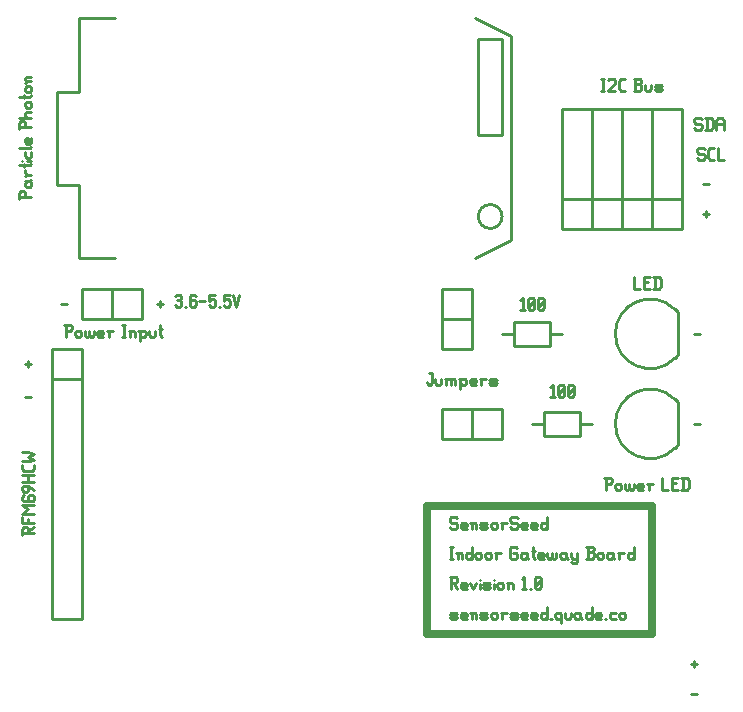
<source format=gto>
G04 start of page 8 for group -4079 idx -4079 *
G04 Title: (unknown), topsilk *
G04 Creator: pcb 20140316 *
G04 CreationDate: Fri 04 Aug 2017 03:19:25 PM GMT UTC *
G04 For: root *
G04 Format: Gerber/RS-274X *
G04 PCB-Dimensions (mil): 6000.00 5000.00 *
G04 PCB-Coordinate-Origin: lower left *
%MOIN*%
%FSLAX25Y25*%
%LNTOPSILK*%
%ADD43C,0.0100*%
%ADD42C,0.0250*%
G54D42*X172500Y250000D02*X245000D01*
Y292500D01*
X170000D01*
Y250000D01*
X177500D01*
G54D43*X34000Y395500D02*X38000D01*
X34000Y397000D02*Y395000D01*
Y397000D02*X34500Y397500D01*
X35500D01*
X36000Y397000D02*X35500Y397500D01*
X36000Y397000D02*Y395500D01*
Y400200D02*X36500Y400700D01*
X36000Y400200D02*Y399200D01*
X36500Y398700D02*X36000Y399200D01*
X36500Y398700D02*X37500D01*
X38000Y399200D01*
X36000Y400700D02*X37500D01*
X38000Y401200D01*
Y400200D02*Y399200D01*
Y400200D02*X37500Y400700D01*
X36500Y402900D02*X38000D01*
X36500D02*X36000Y403400D01*
Y404400D02*Y403400D01*
Y402400D02*X36500Y402900D01*
X34000Y406100D02*X37500D01*
X38000Y406600D01*
X35500D02*Y405600D01*
X35000Y407600D02*X35100D01*
X36500D02*X38000D01*
X36000Y410600D02*Y409100D01*
X36500Y408600D02*X36000Y409100D01*
X36500Y408600D02*X37500D01*
X38000Y409100D01*
Y410600D02*Y409100D01*
X34000Y411800D02*X37500D01*
X38000Y412300D01*
Y415300D02*Y413800D01*
X37500Y413300D02*X38000Y413800D01*
X36500Y413300D02*X37500D01*
X36500D02*X36000Y413800D01*
Y414800D02*Y413800D01*
Y414800D02*X36500Y415300D01*
X37000D02*Y413300D01*
X36500Y415300D02*X37000D01*
X34000Y418800D02*X38000D01*
X34000Y420300D02*Y418300D01*
Y420300D02*X34500Y420800D01*
X35500D01*
X36000Y420300D02*X35500Y420800D01*
X36000Y420300D02*Y418800D01*
X34000Y422000D02*X38000D01*
X36500D02*X36000Y422500D01*
Y423500D02*Y422500D01*
Y423500D02*X36500Y424000D01*
X38000D01*
X36500Y425200D02*X37500D01*
X36500D02*X36000Y425700D01*
Y426700D02*Y425700D01*
Y426700D02*X36500Y427200D01*
X37500D01*
X38000Y426700D02*X37500Y427200D01*
X38000Y426700D02*Y425700D01*
X37500Y425200D02*X38000Y425700D01*
X34000Y428900D02*X37500D01*
X38000Y429400D01*
X35500D02*Y428400D01*
X36500Y430400D02*X37500D01*
X36500D02*X36000Y430900D01*
Y431900D02*Y430900D01*
Y431900D02*X36500Y432400D01*
X37500D01*
X38000Y431900D02*X37500Y432400D01*
X38000Y431900D02*Y430900D01*
X37500Y430400D02*X38000Y430900D01*
X36500Y434100D02*X38000D01*
X36500D02*X36000Y434600D01*
Y435100D02*Y434600D01*
Y435100D02*X36500Y435600D01*
X38000D01*
X36000Y433600D02*X36500Y434100D01*
X36000Y329000D02*X38000D01*
X170700Y337000D02*X171500D01*
Y333500D01*
X171000Y333000D02*X171500Y333500D01*
X170500Y333000D02*X171000D01*
X170000Y333500D02*X170500Y333000D01*
X170000Y334000D02*Y333500D01*
X172700Y335000D02*Y333500D01*
X173200Y333000D01*
X174200D01*
X174700Y333500D01*
Y335000D02*Y333500D01*
X176400Y334500D02*Y333000D01*
Y334500D02*X176900Y335000D01*
X177400D01*
X177900Y334500D01*
Y333000D01*
Y334500D02*X178400Y335000D01*
X178900D01*
X179400Y334500D01*
Y333000D01*
X175900Y335000D02*X176400Y334500D01*
X181100D02*Y331500D01*
X180600Y335000D02*X181100Y334500D01*
X181600Y335000D01*
X182600D01*
X183100Y334500D01*
Y333500D01*
X182600Y333000D02*X183100Y333500D01*
X181600Y333000D02*X182600D01*
X181100Y333500D02*X181600Y333000D01*
X184800D02*X186300D01*
X184300Y333500D02*X184800Y333000D01*
X184300Y334500D02*Y333500D01*
Y334500D02*X184800Y335000D01*
X185800D01*
X186300Y334500D01*
X184300Y334000D02*X186300D01*
Y334500D02*Y334000D01*
X188000Y334500D02*Y333000D01*
Y334500D02*X188500Y335000D01*
X189500D01*
X187500D02*X188000Y334500D01*
X191200Y333000D02*X192700D01*
X193200Y333500D01*
X192700Y334000D02*X193200Y333500D01*
X191200Y334000D02*X192700D01*
X190700Y334500D02*X191200Y334000D01*
X190700Y334500D02*X191200Y335000D01*
X192700D01*
X193200Y334500D01*
X190700Y333500D02*X191200Y333000D01*
X211000Y332200D02*X211800Y333000D01*
Y329000D01*
X211000D02*X212500D01*
X213700Y329500D02*X214200Y329000D01*
X213700Y332500D02*Y329500D01*
Y332500D02*X214200Y333000D01*
X215200D01*
X215700Y332500D01*
Y329500D01*
X215200Y329000D02*X215700Y329500D01*
X214200Y329000D02*X215200D01*
X213700Y330000D02*X215700Y332000D01*
X216900Y329500D02*X217400Y329000D01*
X216900Y332500D02*Y329500D01*
Y332500D02*X217400Y333000D01*
X218400D01*
X218900Y332500D01*
Y329500D01*
X218400Y329000D02*X218900Y329500D01*
X217400Y329000D02*X218400D01*
X216900Y330000D02*X218900Y332000D01*
X36000Y340000D02*X38000D01*
X37000Y341000D02*Y339000D01*
X35000Y285000D02*Y283000D01*
Y285000D02*X35500Y285500D01*
X36500D01*
X37000Y285000D02*X36500Y285500D01*
X37000Y285000D02*Y283500D01*
X35000D02*X39000D01*
X37000Y284300D02*X39000Y285500D01*
X35000Y286700D02*X39000D01*
X35000Y288700D02*Y286700D01*
X36800Y288200D02*Y286700D01*
X35000Y289900D02*X39000D01*
X35000D02*X37000Y291400D01*
X35000Y292900D01*
X39000D01*
X35000Y295600D02*X35500Y296100D01*
X35000Y295600D02*Y294600D01*
X35500Y294100D02*X35000Y294600D01*
X35500Y294100D02*X38500D01*
X39000Y294600D01*
X36800Y295600D02*X37300Y296100D01*
X36800Y295600D02*Y294100D01*
X39000Y295600D02*Y294600D01*
Y295600D02*X38500Y296100D01*
X37300D02*X38500D01*
X39000Y297800D02*X37000Y299300D01*
X35500D02*X37000D01*
X35000Y298800D02*X35500Y299300D01*
X35000Y298800D02*Y297800D01*
X35500Y297300D02*X35000Y297800D01*
X35500Y297300D02*X36500D01*
X37000Y297800D01*
Y299300D02*Y297800D01*
X35000Y300500D02*X39000D01*
X35000Y303000D02*X39000D01*
X37000D02*Y300500D01*
X39000Y306200D02*Y304900D01*
X38300Y304200D02*X39000Y304900D01*
X35700Y304200D02*X38300D01*
X35700D02*X35000Y304900D01*
Y306200D02*Y304900D01*
Y307400D02*X37000D01*
X39000Y307900D01*
X37000Y308900D01*
X39000Y309900D01*
X37000Y310400D01*
X35000D02*X37000D01*
X86000Y362500D02*X86500Y363000D01*
X87500D01*
X88000Y362500D01*
X87500Y359000D02*X88000Y359500D01*
X86500Y359000D02*X87500D01*
X86000Y359500D02*X86500Y359000D01*
Y361200D02*X87500D01*
X88000Y362500D02*Y361700D01*
Y360700D02*Y359500D01*
Y360700D02*X87500Y361200D01*
X88000Y361700D02*X87500Y361200D01*
X89200Y359000D02*X89700D01*
X92400Y363000D02*X92900Y362500D01*
X91400Y363000D02*X92400D01*
X90900Y362500D02*X91400Y363000D01*
X90900Y362500D02*Y359500D01*
X91400Y359000D01*
X92400Y361200D02*X92900Y360700D01*
X90900Y361200D02*X92400D01*
X91400Y359000D02*X92400D01*
X92900Y359500D01*
Y360700D02*Y359500D01*
X94100Y361000D02*X96100D01*
X97300Y363000D02*X99300D01*
X97300D02*Y361000D01*
X97800Y361500D01*
X98800D01*
X99300Y361000D01*
Y359500D01*
X98800Y359000D02*X99300Y359500D01*
X97800Y359000D02*X98800D01*
X97300Y359500D02*X97800Y359000D01*
X100500D02*X101000D01*
X102200Y363000D02*X104200D01*
X102200D02*Y361000D01*
X102700Y361500D01*
X103700D01*
X104200Y361000D01*
Y359500D01*
X103700Y359000D02*X104200Y359500D01*
X102700Y359000D02*X103700D01*
X102200Y359500D02*X102700Y359000D01*
X105400Y363000D02*X106400Y359000D01*
X107400Y363000D01*
X80000Y360000D02*X82000D01*
X81000Y361000D02*Y359000D01*
X48000Y360000D02*X50000D01*
X49500Y353000D02*Y349000D01*
X49000Y353000D02*X51000D01*
X51500Y352500D01*
Y351500D01*
X51000Y351000D02*X51500Y351500D01*
X49500Y351000D02*X51000D01*
X52700Y350500D02*Y349500D01*
Y350500D02*X53200Y351000D01*
X54200D01*
X54700Y350500D01*
Y349500D01*
X54200Y349000D02*X54700Y349500D01*
X53200Y349000D02*X54200D01*
X52700Y349500D02*X53200Y349000D01*
X55900Y351000D02*Y349500D01*
X56400Y349000D01*
X56900D01*
X57400Y349500D01*
Y351000D02*Y349500D01*
X57900Y349000D01*
X58400D01*
X58900Y349500D01*
Y351000D02*Y349500D01*
X60600Y349000D02*X62100D01*
X60100Y349500D02*X60600Y349000D01*
X60100Y350500D02*Y349500D01*
Y350500D02*X60600Y351000D01*
X61600D01*
X62100Y350500D01*
X60100Y350000D02*X62100D01*
Y350500D02*Y350000D01*
X63800Y350500D02*Y349000D01*
Y350500D02*X64300Y351000D01*
X65300D01*
X63300D02*X63800Y350500D01*
X68300Y353000D02*X69300D01*
X68800D02*Y349000D01*
X68300D02*X69300D01*
X71000Y350500D02*Y349000D01*
Y350500D02*X71500Y351000D01*
X72000D01*
X72500Y350500D01*
Y349000D01*
X70500Y351000D02*X71000Y350500D01*
X74200D02*Y347500D01*
X73700Y351000D02*X74200Y350500D01*
X74700Y351000D01*
X75700D01*
X76200Y350500D01*
Y349500D01*
X75700Y349000D02*X76200Y349500D01*
X74700Y349000D02*X75700D01*
X74200Y349500D02*X74700Y349000D01*
X77400Y351000D02*Y349500D01*
X77900Y349000D01*
X78900D01*
X79400Y349500D01*
Y351000D02*Y349500D01*
X81100Y353000D02*Y349500D01*
X81600Y349000D01*
X80600Y351500D02*X81600D01*
X201000Y361200D02*X201800Y362000D01*
Y358000D01*
X201000D02*X202500D01*
X203700Y358500D02*X204200Y358000D01*
X203700Y361500D02*Y358500D01*
Y361500D02*X204200Y362000D01*
X205200D01*
X205700Y361500D01*
Y358500D01*
X205200Y358000D02*X205700Y358500D01*
X204200Y358000D02*X205200D01*
X203700Y359000D02*X205700Y361000D01*
X206900Y358500D02*X207400Y358000D01*
X206900Y361500D02*Y358500D01*
Y361500D02*X207400Y362000D01*
X208400D01*
X208900Y361500D01*
Y358500D01*
X208400Y358000D02*X208900Y358500D01*
X207400Y358000D02*X208400D01*
X206900Y359000D02*X208900Y361000D01*
X179500Y289000D02*X180000Y288500D01*
X178000Y289000D02*X179500D01*
X177500Y288500D02*X178000Y289000D01*
X177500Y288500D02*Y287500D01*
X178000Y287000D01*
X179500D01*
X180000Y286500D01*
Y285500D01*
X179500Y285000D02*X180000Y285500D01*
X178000Y285000D02*X179500D01*
X177500Y285500D02*X178000Y285000D01*
X181700D02*X183200D01*
X181200Y285500D02*X181700Y285000D01*
X181200Y286500D02*Y285500D01*
Y286500D02*X181700Y287000D01*
X182700D01*
X183200Y286500D01*
X181200Y286000D02*X183200D01*
Y286500D02*Y286000D01*
X184900Y286500D02*Y285000D01*
Y286500D02*X185400Y287000D01*
X185900D01*
X186400Y286500D01*
Y285000D01*
X184400Y287000D02*X184900Y286500D01*
X188100Y285000D02*X189600D01*
X190100Y285500D01*
X189600Y286000D02*X190100Y285500D01*
X188100Y286000D02*X189600D01*
X187600Y286500D02*X188100Y286000D01*
X187600Y286500D02*X188100Y287000D01*
X189600D01*
X190100Y286500D01*
X187600Y285500D02*X188100Y285000D01*
X191300Y286500D02*Y285500D01*
Y286500D02*X191800Y287000D01*
X192800D01*
X193300Y286500D01*
Y285500D01*
X192800Y285000D02*X193300Y285500D01*
X191800Y285000D02*X192800D01*
X191300Y285500D02*X191800Y285000D01*
X195000Y286500D02*Y285000D01*
Y286500D02*X195500Y287000D01*
X196500D01*
X194500D02*X195000Y286500D01*
X199700Y289000D02*X200200Y288500D01*
X198200Y289000D02*X199700D01*
X197700Y288500D02*X198200Y289000D01*
X197700Y288500D02*Y287500D01*
X198200Y287000D01*
X199700D01*
X200200Y286500D01*
Y285500D01*
X199700Y285000D02*X200200Y285500D01*
X198200Y285000D02*X199700D01*
X197700Y285500D02*X198200Y285000D01*
X201900D02*X203400D01*
X201400Y285500D02*X201900Y285000D01*
X201400Y286500D02*Y285500D01*
Y286500D02*X201900Y287000D01*
X202900D01*
X203400Y286500D01*
X201400Y286000D02*X203400D01*
Y286500D02*Y286000D01*
X205100Y285000D02*X206600D01*
X204600Y285500D02*X205100Y285000D01*
X204600Y286500D02*Y285500D01*
Y286500D02*X205100Y287000D01*
X206100D01*
X206600Y286500D01*
X204600Y286000D02*X206600D01*
Y286500D02*Y286000D01*
X209800Y289000D02*Y285000D01*
X209300D02*X209800Y285500D01*
X208300Y285000D02*X209300D01*
X207800Y285500D02*X208300Y285000D01*
X207800Y286500D02*Y285500D01*
Y286500D02*X208300Y287000D01*
X209300D01*
X209800Y286500D01*
X177500Y279000D02*X178500D01*
X178000D02*Y275000D01*
X177500D02*X178500D01*
X180200Y276500D02*Y275000D01*
Y276500D02*X180700Y277000D01*
X181200D01*
X181700Y276500D01*
Y275000D01*
X179700Y277000D02*X180200Y276500D01*
X184900Y279000D02*Y275000D01*
X184400D02*X184900Y275500D01*
X183400Y275000D02*X184400D01*
X182900Y275500D02*X183400Y275000D01*
X182900Y276500D02*Y275500D01*
Y276500D02*X183400Y277000D01*
X184400D01*
X184900Y276500D01*
X186100D02*Y275500D01*
Y276500D02*X186600Y277000D01*
X187600D01*
X188100Y276500D01*
Y275500D01*
X187600Y275000D02*X188100Y275500D01*
X186600Y275000D02*X187600D01*
X186100Y275500D02*X186600Y275000D01*
X189300Y276500D02*Y275500D01*
Y276500D02*X189800Y277000D01*
X190800D01*
X191300Y276500D01*
Y275500D01*
X190800Y275000D02*X191300Y275500D01*
X189800Y275000D02*X190800D01*
X189300Y275500D02*X189800Y275000D01*
X193000Y276500D02*Y275000D01*
Y276500D02*X193500Y277000D01*
X194500D01*
X192500D02*X193000Y276500D01*
X199500Y279000D02*X200000Y278500D01*
X198000Y279000D02*X199500D01*
X197500Y278500D02*X198000Y279000D01*
X197500Y278500D02*Y275500D01*
X198000Y275000D01*
X199500D01*
X200000Y275500D01*
Y276500D02*Y275500D01*
X199500Y277000D02*X200000Y276500D01*
X198500Y277000D02*X199500D01*
X202700D02*X203200Y276500D01*
X201700Y277000D02*X202700D01*
X201200Y276500D02*X201700Y277000D01*
X201200Y276500D02*Y275500D01*
X201700Y275000D01*
X203200Y277000D02*Y275500D01*
X203700Y275000D01*
X201700D02*X202700D01*
X203200Y275500D01*
X205400Y279000D02*Y275500D01*
X205900Y275000D01*
X204900Y277500D02*X205900D01*
X207400Y275000D02*X208900D01*
X206900Y275500D02*X207400Y275000D01*
X206900Y276500D02*Y275500D01*
Y276500D02*X207400Y277000D01*
X208400D01*
X208900Y276500D01*
X206900Y276000D02*X208900D01*
Y276500D02*Y276000D01*
X210100Y277000D02*Y275500D01*
X210600Y275000D01*
X211100D01*
X211600Y275500D01*
Y277000D02*Y275500D01*
X212100Y275000D01*
X212600D01*
X213100Y275500D01*
Y277000D02*Y275500D01*
X215800Y277000D02*X216300Y276500D01*
X214800Y277000D02*X215800D01*
X214300Y276500D02*X214800Y277000D01*
X214300Y276500D02*Y275500D01*
X214800Y275000D01*
X216300Y277000D02*Y275500D01*
X216800Y275000D01*
X214800D02*X215800D01*
X216300Y275500D01*
X218000Y277000D02*Y275500D01*
X218500Y275000D01*
X220000Y277000D02*Y274000D01*
X219500Y273500D02*X220000Y274000D01*
X218500Y273500D02*X219500D01*
X218000Y274000D02*X218500Y273500D01*
Y275000D02*X219500D01*
X220000Y275500D01*
X223000Y275000D02*X225000D01*
X225500Y275500D01*
Y276700D02*Y275500D01*
X225000Y277200D02*X225500Y276700D01*
X223500Y277200D02*X225000D01*
X223500Y279000D02*Y275000D01*
X223000Y279000D02*X225000D01*
X225500Y278500D01*
Y277700D01*
X225000Y277200D02*X225500Y277700D01*
X226700Y276500D02*Y275500D01*
Y276500D02*X227200Y277000D01*
X228200D01*
X228700Y276500D01*
Y275500D01*
X228200Y275000D02*X228700Y275500D01*
X227200Y275000D02*X228200D01*
X226700Y275500D02*X227200Y275000D01*
X231400Y277000D02*X231900Y276500D01*
X230400Y277000D02*X231400D01*
X229900Y276500D02*X230400Y277000D01*
X229900Y276500D02*Y275500D01*
X230400Y275000D01*
X231900Y277000D02*Y275500D01*
X232400Y275000D01*
X230400D02*X231400D01*
X231900Y275500D01*
X234100Y276500D02*Y275000D01*
Y276500D02*X234600Y277000D01*
X235600D01*
X233600D02*X234100Y276500D01*
X238800Y279000D02*Y275000D01*
X238300D02*X238800Y275500D01*
X237300Y275000D02*X238300D01*
X236800Y275500D02*X237300Y275000D01*
X236800Y276500D02*Y275500D01*
Y276500D02*X237300Y277000D01*
X238300D01*
X238800Y276500D01*
X177500Y269000D02*X179500D01*
X180000Y268500D01*
Y267500D01*
X179500Y267000D02*X180000Y267500D01*
X178000Y267000D02*X179500D01*
X178000Y269000D02*Y265000D01*
X178800Y267000D02*X180000Y265000D01*
X181700D02*X183200D01*
X181200Y265500D02*X181700Y265000D01*
X181200Y266500D02*Y265500D01*
Y266500D02*X181700Y267000D01*
X182700D01*
X183200Y266500D01*
X181200Y266000D02*X183200D01*
Y266500D02*Y266000D01*
X184400Y267000D02*X185400Y265000D01*
X186400Y267000D02*X185400Y265000D01*
X187600Y268000D02*Y267900D01*
Y266500D02*Y265000D01*
X189100D02*X190600D01*
X191100Y265500D01*
X190600Y266000D02*X191100Y265500D01*
X189100Y266000D02*X190600D01*
X188600Y266500D02*X189100Y266000D01*
X188600Y266500D02*X189100Y267000D01*
X190600D01*
X191100Y266500D01*
X188600Y265500D02*X189100Y265000D01*
X192300Y268000D02*Y267900D01*
Y266500D02*Y265000D01*
X193300Y266500D02*Y265500D01*
Y266500D02*X193800Y267000D01*
X194800D01*
X195300Y266500D01*
Y265500D01*
X194800Y265000D02*X195300Y265500D01*
X193800Y265000D02*X194800D01*
X193300Y265500D02*X193800Y265000D01*
X197000Y266500D02*Y265000D01*
Y266500D02*X197500Y267000D01*
X198000D01*
X198500Y266500D01*
Y265000D01*
X196500Y267000D02*X197000Y266500D01*
X201500Y268200D02*X202300Y269000D01*
Y265000D01*
X201500D02*X203000D01*
X204200D02*X204700D01*
X205900Y265500D02*X206400Y265000D01*
X205900Y268500D02*Y265500D01*
Y268500D02*X206400Y269000D01*
X207400D01*
X207900Y268500D01*
Y265500D01*
X207400Y265000D02*X207900Y265500D01*
X206400Y265000D02*X207400D01*
X205900Y266000D02*X207900Y268000D01*
X178000Y255000D02*X179500D01*
X180000Y255500D01*
X179500Y256000D02*X180000Y255500D01*
X178000Y256000D02*X179500D01*
X177500Y256500D02*X178000Y256000D01*
X177500Y256500D02*X178000Y257000D01*
X179500D01*
X180000Y256500D01*
X177500Y255500D02*X178000Y255000D01*
X181700D02*X183200D01*
X181200Y255500D02*X181700Y255000D01*
X181200Y256500D02*Y255500D01*
Y256500D02*X181700Y257000D01*
X182700D01*
X183200Y256500D01*
X181200Y256000D02*X183200D01*
Y256500D02*Y256000D01*
X184900Y256500D02*Y255000D01*
Y256500D02*X185400Y257000D01*
X185900D01*
X186400Y256500D01*
Y255000D01*
X184400Y257000D02*X184900Y256500D01*
X188100Y255000D02*X189600D01*
X190100Y255500D01*
X189600Y256000D02*X190100Y255500D01*
X188100Y256000D02*X189600D01*
X187600Y256500D02*X188100Y256000D01*
X187600Y256500D02*X188100Y257000D01*
X189600D01*
X190100Y256500D01*
X187600Y255500D02*X188100Y255000D01*
X191300Y256500D02*Y255500D01*
Y256500D02*X191800Y257000D01*
X192800D01*
X193300Y256500D01*
Y255500D01*
X192800Y255000D02*X193300Y255500D01*
X191800Y255000D02*X192800D01*
X191300Y255500D02*X191800Y255000D01*
X195000Y256500D02*Y255000D01*
Y256500D02*X195500Y257000D01*
X196500D01*
X194500D02*X195000Y256500D01*
X198200Y255000D02*X199700D01*
X200200Y255500D01*
X199700Y256000D02*X200200Y255500D01*
X198200Y256000D02*X199700D01*
X197700Y256500D02*X198200Y256000D01*
X197700Y256500D02*X198200Y257000D01*
X199700D01*
X200200Y256500D01*
X197700Y255500D02*X198200Y255000D01*
X201900D02*X203400D01*
X201400Y255500D02*X201900Y255000D01*
X201400Y256500D02*Y255500D01*
Y256500D02*X201900Y257000D01*
X202900D01*
X203400Y256500D01*
X201400Y256000D02*X203400D01*
Y256500D02*Y256000D01*
X205100Y255000D02*X206600D01*
X204600Y255500D02*X205100Y255000D01*
X204600Y256500D02*Y255500D01*
Y256500D02*X205100Y257000D01*
X206100D01*
X206600Y256500D01*
X204600Y256000D02*X206600D01*
Y256500D02*Y256000D01*
X209800Y259000D02*Y255000D01*
X209300D02*X209800Y255500D01*
X208300Y255000D02*X209300D01*
X207800Y255500D02*X208300Y255000D01*
X207800Y256500D02*Y255500D01*
Y256500D02*X208300Y257000D01*
X209300D01*
X209800Y256500D01*
X211000Y255000D02*X211500D01*
X214700Y256500D02*Y253500D01*
X214200Y257000D02*X214700Y256500D01*
X213200Y257000D02*X214200D01*
X212700Y256500D02*X213200Y257000D01*
X212700Y256500D02*Y255500D01*
X213200Y255000D01*
X214200D01*
X214700Y255500D01*
X215900Y257000D02*Y255500D01*
X216400Y255000D01*
X217400D01*
X217900Y255500D01*
Y257000D02*Y255500D01*
X220600Y257000D02*X221100Y256500D01*
X219600Y257000D02*X220600D01*
X219100Y256500D02*X219600Y257000D01*
X219100Y256500D02*Y255500D01*
X219600Y255000D01*
X221100Y257000D02*Y255500D01*
X221600Y255000D01*
X219600D02*X220600D01*
X221100Y255500D01*
X224800Y259000D02*Y255000D01*
X224300D02*X224800Y255500D01*
X223300Y255000D02*X224300D01*
X222800Y255500D02*X223300Y255000D01*
X222800Y256500D02*Y255500D01*
Y256500D02*X223300Y257000D01*
X224300D01*
X224800Y256500D01*
X226500Y255000D02*X228000D01*
X226000Y255500D02*X226500Y255000D01*
X226000Y256500D02*Y255500D01*
Y256500D02*X226500Y257000D01*
X227500D01*
X228000Y256500D01*
X226000Y256000D02*X228000D01*
Y256500D02*Y256000D01*
X229200Y255000D02*X229700D01*
X231400Y257000D02*X232900D01*
X230900Y256500D02*X231400Y257000D01*
X230900Y256500D02*Y255500D01*
X231400Y255000D01*
X232900D01*
X234100Y256500D02*Y255500D01*
Y256500D02*X234600Y257000D01*
X235600D01*
X236100Y256500D01*
Y255500D01*
X235600Y255000D02*X236100Y255500D01*
X234600Y255000D02*X235600D01*
X234100Y255500D02*X234600Y255000D01*
X258000Y230000D02*X260000D01*
X258000Y240000D02*X260000D01*
X259000Y241000D02*Y239000D01*
X229500Y302000D02*Y298000D01*
X229000Y302000D02*X231000D01*
X231500Y301500D01*
Y300500D01*
X231000Y300000D02*X231500Y300500D01*
X229500Y300000D02*X231000D01*
X232700Y299500D02*Y298500D01*
Y299500D02*X233200Y300000D01*
X234200D01*
X234700Y299500D01*
Y298500D01*
X234200Y298000D02*X234700Y298500D01*
X233200Y298000D02*X234200D01*
X232700Y298500D02*X233200Y298000D01*
X235900Y300000D02*Y298500D01*
X236400Y298000D01*
X236900D01*
X237400Y298500D01*
Y300000D02*Y298500D01*
X237900Y298000D01*
X238400D01*
X238900Y298500D01*
Y300000D02*Y298500D01*
X240600Y298000D02*X242100D01*
X240100Y298500D02*X240600Y298000D01*
X240100Y299500D02*Y298500D01*
Y299500D02*X240600Y300000D01*
X241600D01*
X242100Y299500D01*
X240100Y299000D02*X242100D01*
Y299500D02*Y299000D01*
X243800Y299500D02*Y298000D01*
Y299500D02*X244300Y300000D01*
X245300D01*
X243300D02*X243800Y299500D01*
X248300Y302000D02*Y298000D01*
X250300D01*
X251500Y300200D02*X253000D01*
X251500Y298000D02*X253500D01*
X251500Y302000D02*Y298000D01*
Y302000D02*X253500D01*
X255200D02*Y298000D01*
X256500Y302000D02*X257200Y301300D01*
Y298700D01*
X256500Y298000D02*X257200Y298700D01*
X254700Y298000D02*X256500D01*
X254700Y302000D02*X256500D01*
X259000Y320000D02*X261000D01*
X259000Y350000D02*X261000D01*
X239000Y369000D02*Y365000D01*
X241000D01*
X242200Y367200D02*X243700D01*
X242200Y365000D02*X244200D01*
X242200Y369000D02*Y365000D01*
Y369000D02*X244200D01*
X245900D02*Y365000D01*
X247200Y369000D02*X247900Y368300D01*
Y365700D01*
X247200Y365000D02*X247900Y365700D01*
X245400Y365000D02*X247200D01*
X245400Y369000D02*X247200D01*
X262000Y400000D02*X264000D01*
X262000Y390000D02*X264000D01*
X263000Y391000D02*Y389000D01*
X262000Y412000D02*X262500Y411500D01*
X260500Y412000D02*X262000D01*
X260000Y411500D02*X260500Y412000D01*
X260000Y411500D02*Y410500D01*
X260500Y410000D01*
X262000D01*
X262500Y409500D01*
Y408500D01*
X262000Y408000D02*X262500Y408500D01*
X260500Y408000D02*X262000D01*
X260000Y408500D02*X260500Y408000D01*
X264400D02*X265700D01*
X263700Y408700D02*X264400Y408000D01*
X263700Y411300D02*Y408700D01*
Y411300D02*X264400Y412000D01*
X265700D01*
X266900D02*Y408000D01*
X268900D01*
X261000Y422000D02*X261500Y421500D01*
X259500Y422000D02*X261000D01*
X259000Y421500D02*X259500Y422000D01*
X259000Y421500D02*Y420500D01*
X259500Y420000D01*
X261000D01*
X261500Y419500D01*
Y418500D01*
X261000Y418000D02*X261500Y418500D01*
X259500Y418000D02*X261000D01*
X259000Y418500D02*X259500Y418000D01*
X263200Y422000D02*Y418000D01*
X264500Y422000D02*X265200Y421300D01*
Y418700D01*
X264500Y418000D02*X265200Y418700D01*
X262700Y418000D02*X264500D01*
X262700Y422000D02*X264500D01*
X266400Y421000D02*Y418000D01*
Y421000D02*X267100Y422000D01*
X268200D01*
X268900Y421000D01*
Y418000D01*
X266400Y420000D02*X268900D01*
X228000Y435000D02*X229000D01*
X228500D02*Y431000D01*
X228000D02*X229000D01*
X230200Y434500D02*X230700Y435000D01*
X232200D01*
X232700Y434500D01*
Y433500D01*
X230200Y431000D02*X232700Y433500D01*
X230200Y431000D02*X232700D01*
X234600D02*X235900D01*
X233900Y431700D02*X234600Y431000D01*
X233900Y434300D02*Y431700D01*
Y434300D02*X234600Y435000D01*
X235900D01*
X238900Y431000D02*X240900D01*
X241400Y431500D01*
Y432700D02*Y431500D01*
X240900Y433200D02*X241400Y432700D01*
X239400Y433200D02*X240900D01*
X239400Y435000D02*Y431000D01*
X238900Y435000D02*X240900D01*
X241400Y434500D01*
Y433700D01*
X240900Y433200D02*X241400Y433700D01*
X242600Y433000D02*Y431500D01*
X243100Y431000D01*
X244100D01*
X244600Y431500D01*
Y433000D02*Y431500D01*
X246300Y431000D02*X247800D01*
X248300Y431500D01*
X247800Y432000D02*X248300Y431500D01*
X246300Y432000D02*X247800D01*
X245800Y432500D02*X246300Y432000D01*
X245800Y432500D02*X246300Y433000D01*
X247800D01*
X248300Y432500D01*
X245800Y431500D02*X246300Y431000D01*
X225000Y425000D02*Y385000D01*
X215000Y425000D02*X225000D01*
X215000D02*Y385000D01*
X225000D01*
X215000Y395000D02*X225000D01*
X215000D02*Y385000D01*
X245000Y425000D02*Y385000D01*
X235000Y425000D02*X245000D01*
X235000D02*Y385000D01*
X245000D01*
X235000Y395000D02*X245000D01*
X235000D02*Y385000D01*
Y425000D02*Y385000D01*
X225000Y425000D02*X235000D01*
X225000D02*Y385000D01*
X235000D01*
X225000Y395000D02*X235000D01*
X225000D02*Y385000D01*
X255000Y425000D02*Y385000D01*
X245000Y425000D02*X255000D01*
X245000D02*Y385000D01*
X255000D01*
X245000Y395000D02*X255000D01*
X245000D02*Y385000D01*
X198000Y381015D02*X186000Y375015D01*
Y455015D02*X198000Y449015D01*
Y381015D01*
X187000Y416015D02*X195000D01*
Y448015D02*Y416015D01*
X187000Y448015D02*X195000D01*
X187000D02*Y416015D01*
X54000Y455015D02*X66000D01*
X54000Y375015D02*X66000D01*
X54000Y455015D02*Y430565D01*
Y399465D02*Y375015D01*
X46500Y399465D02*X54000D01*
X46500Y430565D02*X54000D01*
X46500D02*Y399465D01*
X187000Y389015D02*G75*G03X191000Y385015I4000J0D01*G01*
Y393015D02*G75*G03X187000Y389015I0J-4000D01*G01*
X195000D02*G75*G03X191000Y393015I-4000J0D01*G01*
Y385015D02*G75*G03X195000Y389015I0J4000D01*G01*
X55000Y365000D02*X75000D01*
X55000D02*Y355000D01*
X75000D01*
Y365000D02*Y355000D01*
X65000Y365000D02*Y355000D01*
X75000D01*
X175000Y365000D02*Y345000D01*
X185000D01*
Y365000D01*
X175000D01*
Y355000D02*X185000D01*
Y365000D01*
X195000Y350000D02*X199000D01*
Y354000D02*Y346000D01*
Y354000D02*X211000D01*
Y346000D01*
X199000D02*X211000D01*
Y350000D02*X215000D01*
X253500Y357200D02*Y342700D01*
X252500Y358100D02*X253500Y357100D01*
X252500Y341700D02*X253400Y342600D01*
X252502Y358102D02*G75*G03X252502Y341698I-8202J-8202D01*G01*
X175000Y315000D02*X195000D01*
Y325000D02*Y315000D01*
X175000Y325000D02*X195000D01*
X175000D02*Y315000D01*
X185000Y325000D02*Y315000D01*
X175000Y325000D02*X185000D01*
X205000Y320000D02*X209000D01*
Y324000D02*Y316000D01*
Y324000D02*X221000D01*
Y316000D01*
X209000D02*X221000D01*
Y320000D02*X225000D01*
X253500Y327200D02*Y312700D01*
X252500Y328100D02*X253500Y327100D01*
X252500Y311700D02*X253400Y312600D01*
X252502Y328102D02*G75*G03X252502Y311698I-8202J-8202D01*G01*
X45000Y345000D02*Y255000D01*
X55000D01*
Y345000D01*
X45000D01*
Y335000D02*X55000D01*
Y345000D01*
M02*

</source>
